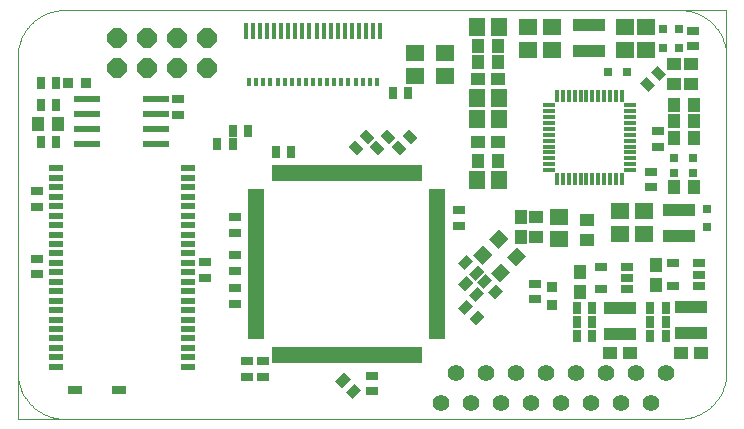
<source format=gts>
G75*
%MOIN*%
%OFA0B0*%
%FSLAX25Y25*%
%IPPOS*%
%LPD*%
%AMOC8*
5,1,8,0,0,1.08239X$1,22.5*
%
%ADD10C,0.00000*%
%ADD11R,0.05512X0.50394*%
%ADD12R,0.50394X0.05512*%
%ADD13R,0.05124X0.02369*%
%ADD14R,0.03156X0.03943*%
%ADD15R,0.03943X0.03156*%
%ADD16R,0.05124X0.03156*%
%ADD17R,0.01654X0.03937*%
%ADD18R,0.03937X0.01654*%
%ADD19R,0.11030X0.04337*%
%ADD20R,0.06306X0.05518*%
%ADD21R,0.02762X0.02762*%
%ADD22R,0.05518X0.06306*%
%ADD23R,0.04731X0.04337*%
%ADD24R,0.04337X0.04731*%
%ADD25R,0.01581X0.05321*%
%ADD26R,0.01581X0.03156*%
%ADD27R,0.09061X0.02369*%
%ADD28OC8,0.06400*%
%ADD29R,0.03550X0.03550*%
%ADD30R,0.04337X0.03156*%
%ADD31C,0.05550*%
D10*
X0006118Y0012146D02*
X0006118Y0026320D01*
X0006118Y0027894D02*
X0006118Y0133406D01*
X0006137Y0133787D01*
X0006166Y0134168D01*
X0006204Y0134547D01*
X0006251Y0134926D01*
X0006308Y0135303D01*
X0006374Y0135679D01*
X0006449Y0136053D01*
X0006533Y0136426D01*
X0006627Y0136796D01*
X0006729Y0137163D01*
X0006841Y0137528D01*
X0006961Y0137890D01*
X0007090Y0138249D01*
X0007228Y0138605D01*
X0007374Y0138957D01*
X0007530Y0139306D01*
X0007693Y0139651D01*
X0007865Y0139991D01*
X0008046Y0140328D01*
X0008234Y0140659D01*
X0008431Y0140986D01*
X0008635Y0141309D01*
X0008848Y0141626D01*
X0009068Y0141937D01*
X0009296Y0142243D01*
X0009531Y0142544D01*
X0009773Y0142839D01*
X0010023Y0143127D01*
X0010280Y0143410D01*
X0010543Y0143686D01*
X0010813Y0143955D01*
X0011090Y0144218D01*
X0011373Y0144474D01*
X0011662Y0144723D01*
X0011957Y0144965D01*
X0012258Y0145199D01*
X0012565Y0145426D01*
X0012877Y0145646D01*
X0013195Y0145858D01*
X0013517Y0146061D01*
X0013845Y0146257D01*
X0014177Y0146445D01*
X0014514Y0146625D01*
X0014854Y0146796D01*
X0015200Y0146959D01*
X0015549Y0147113D01*
X0015901Y0147259D01*
X0016257Y0147396D01*
X0016617Y0147525D01*
X0016979Y0147644D01*
X0017344Y0147755D01*
X0017712Y0147856D01*
X0018082Y0147949D01*
X0018455Y0148032D01*
X0018829Y0148106D01*
X0019205Y0148171D01*
X0019582Y0148227D01*
X0019961Y0148274D01*
X0020341Y0148311D01*
X0020722Y0148339D01*
X0021103Y0148358D01*
X0021484Y0148367D01*
X0021866Y0148367D01*
X0227378Y0148367D01*
X0228165Y0148367D02*
X0242339Y0148367D01*
X0242339Y0134194D01*
X0242339Y0132619D02*
X0242339Y0027107D01*
X0242338Y0027107D02*
X0242319Y0026726D01*
X0242290Y0026345D01*
X0242252Y0025966D01*
X0242205Y0025587D01*
X0242148Y0025210D01*
X0242082Y0024834D01*
X0242007Y0024460D01*
X0241923Y0024087D01*
X0241829Y0023717D01*
X0241727Y0023350D01*
X0241615Y0022985D01*
X0241495Y0022623D01*
X0241366Y0022264D01*
X0241228Y0021908D01*
X0241082Y0021556D01*
X0240926Y0021207D01*
X0240763Y0020862D01*
X0240591Y0020522D01*
X0240410Y0020185D01*
X0240222Y0019854D01*
X0240025Y0019527D01*
X0239821Y0019204D01*
X0239608Y0018887D01*
X0239388Y0018576D01*
X0239160Y0018270D01*
X0238925Y0017969D01*
X0238683Y0017674D01*
X0238433Y0017386D01*
X0238176Y0017103D01*
X0237913Y0016827D01*
X0237643Y0016558D01*
X0237366Y0016295D01*
X0237083Y0016039D01*
X0236794Y0015790D01*
X0236499Y0015548D01*
X0236198Y0015314D01*
X0235891Y0015087D01*
X0235579Y0014867D01*
X0235261Y0014655D01*
X0234939Y0014452D01*
X0234611Y0014256D01*
X0234279Y0014068D01*
X0233942Y0013888D01*
X0233602Y0013717D01*
X0233256Y0013554D01*
X0232907Y0013400D01*
X0232555Y0013254D01*
X0232199Y0013117D01*
X0231839Y0012988D01*
X0231477Y0012869D01*
X0231112Y0012758D01*
X0230744Y0012657D01*
X0230374Y0012564D01*
X0230001Y0012481D01*
X0229627Y0012407D01*
X0229251Y0012342D01*
X0228874Y0012286D01*
X0228495Y0012239D01*
X0228115Y0012202D01*
X0227734Y0012174D01*
X0227353Y0012155D01*
X0226972Y0012146D01*
X0226590Y0012146D01*
X0226591Y0012146D02*
X0021079Y0012146D01*
X0006118Y0012146D01*
X0021079Y0012147D02*
X0020698Y0012166D01*
X0020317Y0012195D01*
X0019938Y0012233D01*
X0019559Y0012280D01*
X0019182Y0012337D01*
X0018806Y0012403D01*
X0018432Y0012478D01*
X0018059Y0012562D01*
X0017689Y0012656D01*
X0017322Y0012758D01*
X0016957Y0012870D01*
X0016595Y0012990D01*
X0016236Y0013119D01*
X0015880Y0013257D01*
X0015528Y0013403D01*
X0015179Y0013559D01*
X0014834Y0013722D01*
X0014494Y0013894D01*
X0014157Y0014075D01*
X0013826Y0014263D01*
X0013499Y0014460D01*
X0013176Y0014664D01*
X0012859Y0014877D01*
X0012548Y0015097D01*
X0012242Y0015325D01*
X0011941Y0015560D01*
X0011646Y0015802D01*
X0011358Y0016052D01*
X0011075Y0016309D01*
X0010799Y0016572D01*
X0010530Y0016842D01*
X0010267Y0017119D01*
X0010011Y0017402D01*
X0009762Y0017691D01*
X0009520Y0017986D01*
X0009286Y0018287D01*
X0009059Y0018594D01*
X0008839Y0018906D01*
X0008627Y0019224D01*
X0008424Y0019546D01*
X0008228Y0019874D01*
X0008040Y0020206D01*
X0007860Y0020543D01*
X0007689Y0020883D01*
X0007526Y0021229D01*
X0007372Y0021578D01*
X0007226Y0021930D01*
X0007089Y0022286D01*
X0006960Y0022646D01*
X0006841Y0023008D01*
X0006730Y0023373D01*
X0006629Y0023741D01*
X0006536Y0024111D01*
X0006453Y0024484D01*
X0006379Y0024858D01*
X0006314Y0025234D01*
X0006258Y0025611D01*
X0006211Y0025990D01*
X0006174Y0026370D01*
X0006146Y0026751D01*
X0006127Y0027132D01*
X0006118Y0027513D01*
X0006118Y0027895D01*
X0227378Y0148367D02*
X0227759Y0148348D01*
X0228140Y0148319D01*
X0228519Y0148281D01*
X0228898Y0148234D01*
X0229275Y0148177D01*
X0229651Y0148111D01*
X0230025Y0148036D01*
X0230398Y0147952D01*
X0230768Y0147858D01*
X0231135Y0147756D01*
X0231500Y0147644D01*
X0231862Y0147524D01*
X0232221Y0147395D01*
X0232577Y0147257D01*
X0232929Y0147111D01*
X0233278Y0146955D01*
X0233623Y0146792D01*
X0233963Y0146620D01*
X0234300Y0146439D01*
X0234631Y0146251D01*
X0234958Y0146054D01*
X0235281Y0145850D01*
X0235598Y0145637D01*
X0235909Y0145417D01*
X0236215Y0145189D01*
X0236516Y0144954D01*
X0236811Y0144712D01*
X0237099Y0144462D01*
X0237382Y0144205D01*
X0237658Y0143942D01*
X0237927Y0143672D01*
X0238190Y0143395D01*
X0238446Y0143112D01*
X0238695Y0142823D01*
X0238937Y0142528D01*
X0239171Y0142227D01*
X0239398Y0141920D01*
X0239618Y0141608D01*
X0239830Y0141290D01*
X0240033Y0140968D01*
X0240229Y0140640D01*
X0240417Y0140308D01*
X0240597Y0139971D01*
X0240768Y0139631D01*
X0240931Y0139285D01*
X0241085Y0138936D01*
X0241231Y0138584D01*
X0241368Y0138228D01*
X0241497Y0137868D01*
X0241616Y0137506D01*
X0241727Y0137141D01*
X0241828Y0136773D01*
X0241921Y0136403D01*
X0242004Y0136030D01*
X0242078Y0135656D01*
X0242143Y0135280D01*
X0242199Y0134903D01*
X0242246Y0134524D01*
X0242283Y0134144D01*
X0242311Y0133763D01*
X0242330Y0133382D01*
X0242339Y0133001D01*
X0242339Y0132619D01*
D11*
X0146039Y0063800D03*
X0085409Y0063800D03*
D12*
X0115724Y0033485D03*
X0115724Y0094115D03*
D13*
X0062811Y0095611D03*
X0062811Y0092461D03*
X0062811Y0089312D03*
X0062811Y0086162D03*
X0062811Y0083012D03*
X0062811Y0079863D03*
X0062811Y0076713D03*
X0062811Y0073564D03*
X0062811Y0070414D03*
X0062811Y0067264D03*
X0062811Y0064115D03*
X0062811Y0060965D03*
X0062811Y0057816D03*
X0062811Y0054666D03*
X0062811Y0051516D03*
X0062811Y0048367D03*
X0062811Y0045217D03*
X0062811Y0042068D03*
X0062811Y0038918D03*
X0062811Y0035768D03*
X0062811Y0032619D03*
X0062811Y0029469D03*
X0018717Y0029469D03*
X0018717Y0032619D03*
X0018717Y0035768D03*
X0018717Y0038918D03*
X0018717Y0042068D03*
X0018717Y0045217D03*
X0018717Y0048367D03*
X0018717Y0051516D03*
X0018717Y0054666D03*
X0018717Y0057816D03*
X0018717Y0060965D03*
X0018717Y0064115D03*
X0018717Y0067264D03*
X0018717Y0070414D03*
X0018717Y0073564D03*
X0018717Y0076713D03*
X0018717Y0079863D03*
X0018717Y0083012D03*
X0018717Y0086162D03*
X0018717Y0089312D03*
X0018717Y0092461D03*
X0018717Y0095611D03*
D14*
X0018913Y0104272D03*
X0013795Y0104272D03*
X0013795Y0116871D03*
X0018913Y0116871D03*
X0018913Y0123957D03*
X0013795Y0123957D03*
X0072654Y0103682D03*
X0077772Y0103682D03*
X0077772Y0108012D03*
X0082890Y0108012D03*
X0092142Y0101123D03*
X0097260Y0101123D03*
G36*
X0121385Y0102186D02*
X0119153Y0099954D01*
X0116367Y0102740D01*
X0118599Y0104972D01*
X0121385Y0102186D01*
G37*
G36*
X0125004Y0105805D02*
X0122772Y0103573D01*
X0119986Y0106359D01*
X0122218Y0108591D01*
X0125004Y0105805D01*
G37*
G36*
X0128471Y0102186D02*
X0126239Y0099954D01*
X0123453Y0102740D01*
X0125685Y0104972D01*
X0128471Y0102186D01*
G37*
G36*
X0132090Y0105805D02*
X0129858Y0103573D01*
X0127072Y0106359D01*
X0129304Y0108591D01*
X0132090Y0105805D01*
G37*
G36*
X0135755Y0102186D02*
X0133523Y0099954D01*
X0130737Y0102740D01*
X0132969Y0104972D01*
X0135755Y0102186D01*
G37*
G36*
X0139374Y0105805D02*
X0137142Y0103573D01*
X0134356Y0106359D01*
X0136588Y0108591D01*
X0139374Y0105805D01*
G37*
X0136236Y0120808D03*
X0131118Y0120808D03*
G36*
X0213611Y0124000D02*
X0215843Y0126232D01*
X0218629Y0123446D01*
X0216397Y0121214D01*
X0213611Y0124000D01*
G37*
G36*
X0217230Y0127619D02*
X0219462Y0129851D01*
X0222248Y0127065D01*
X0220016Y0124833D01*
X0217230Y0127619D01*
G37*
G36*
X0155213Y0061841D02*
X0152981Y0064073D01*
X0155767Y0066859D01*
X0157999Y0064627D01*
X0155213Y0061841D01*
G37*
G36*
X0158832Y0058221D02*
X0156600Y0060453D01*
X0159386Y0063239D01*
X0161618Y0061007D01*
X0158832Y0058221D01*
G37*
G36*
X0162066Y0060559D02*
X0164298Y0058327D01*
X0161512Y0055541D01*
X0159280Y0057773D01*
X0162066Y0060559D01*
G37*
G36*
X0155213Y0054754D02*
X0152981Y0056986D01*
X0155767Y0059772D01*
X0157999Y0057540D01*
X0155213Y0054754D01*
G37*
G36*
X0158832Y0051135D02*
X0156600Y0053367D01*
X0159386Y0056153D01*
X0161618Y0053921D01*
X0158832Y0051135D01*
G37*
G36*
X0155213Y0046880D02*
X0152981Y0049112D01*
X0155767Y0051898D01*
X0157999Y0049666D01*
X0155213Y0046880D01*
G37*
G36*
X0158832Y0043261D02*
X0156600Y0045493D01*
X0159386Y0048279D01*
X0161618Y0046047D01*
X0158832Y0043261D01*
G37*
G36*
X0165685Y0056940D02*
X0167917Y0054708D01*
X0165131Y0051922D01*
X0162899Y0054154D01*
X0165685Y0056940D01*
G37*
X0192535Y0049154D03*
X0197654Y0049154D03*
X0197654Y0044430D03*
X0192535Y0044430D03*
X0192535Y0039705D03*
X0197654Y0039705D03*
X0216945Y0039705D03*
X0222063Y0039705D03*
X0222063Y0044430D03*
X0216945Y0044430D03*
X0216945Y0049154D03*
X0222063Y0049154D03*
G36*
X0117887Y0018851D02*
X0115655Y0021083D01*
X0118441Y0023869D01*
X0120673Y0021637D01*
X0117887Y0018851D01*
G37*
G36*
X0114268Y0022470D02*
X0112036Y0024702D01*
X0114822Y0027488D01*
X0117054Y0025256D01*
X0114268Y0022470D01*
G37*
D15*
X0124228Y0021398D03*
X0124228Y0026516D03*
X0088008Y0026123D03*
X0088008Y0031241D03*
X0082496Y0031241D03*
X0082496Y0026123D03*
X0078559Y0050532D03*
X0078559Y0055650D03*
X0078559Y0061556D03*
X0078559Y0066674D03*
X0068520Y0064312D03*
X0068520Y0059194D03*
X0078559Y0074154D03*
X0078559Y0079272D03*
X0059661Y0113524D03*
X0059661Y0118642D03*
X0012417Y0087934D03*
X0012417Y0082816D03*
X0012417Y0065493D03*
X0012417Y0060375D03*
X0153362Y0076516D03*
X0153362Y0081634D03*
X0178559Y0057225D03*
X0178559Y0052107D03*
X0217142Y0089312D03*
X0217142Y0094430D03*
X0219701Y0102894D03*
X0219701Y0108012D03*
X0231315Y0136359D03*
X0231315Y0141477D03*
D16*
X0039780Y0021595D03*
X0025213Y0021595D03*
D17*
X0185843Y0092087D03*
X0187811Y0092087D03*
X0189780Y0092087D03*
X0191748Y0092087D03*
X0193717Y0092087D03*
X0195685Y0092087D03*
X0197654Y0092087D03*
X0199622Y0092087D03*
X0201591Y0092087D03*
X0203559Y0092087D03*
X0205528Y0092087D03*
X0207496Y0092087D03*
X0207496Y0119607D03*
X0205528Y0119607D03*
X0203559Y0119607D03*
X0201591Y0119607D03*
X0199622Y0119607D03*
X0197654Y0119607D03*
X0195685Y0119607D03*
X0193717Y0119607D03*
X0191748Y0119607D03*
X0189780Y0119607D03*
X0187811Y0119607D03*
X0185843Y0119607D03*
D18*
X0183106Y0116674D03*
X0183106Y0114705D03*
X0183106Y0112737D03*
X0183106Y0110768D03*
X0183106Y0108800D03*
X0183106Y0106831D03*
X0183106Y0104863D03*
X0183106Y0102894D03*
X0183106Y0100926D03*
X0183106Y0098957D03*
X0183106Y0096989D03*
X0183106Y0095020D03*
X0210232Y0095020D03*
X0210232Y0096989D03*
X0210232Y0098957D03*
X0210232Y0100926D03*
X0210232Y0102894D03*
X0210232Y0104863D03*
X0210232Y0106831D03*
X0210232Y0108800D03*
X0210232Y0110768D03*
X0210232Y0112737D03*
X0210232Y0114705D03*
X0210232Y0116674D03*
D19*
X0196669Y0134587D03*
X0196669Y0143249D03*
X0226591Y0081831D03*
X0226591Y0073170D03*
X0230528Y0049548D03*
X0230528Y0040886D03*
X0206906Y0040493D03*
X0206906Y0049154D03*
D20*
X0186433Y0071989D03*
X0186433Y0079469D03*
X0206906Y0081241D03*
X0214780Y0081241D03*
X0214780Y0073760D03*
X0206906Y0073760D03*
X0148638Y0126516D03*
X0138402Y0126516D03*
X0138402Y0133997D03*
X0148638Y0133997D03*
X0176197Y0135178D03*
X0184071Y0135178D03*
X0184071Y0142658D03*
X0176197Y0142658D03*
X0208480Y0142658D03*
X0215567Y0142658D03*
X0215567Y0135178D03*
X0208480Y0135178D03*
D21*
X0209268Y0127894D03*
X0202969Y0127894D03*
X0221276Y0135768D03*
X0226591Y0135768D03*
X0226591Y0142068D03*
X0221276Y0142068D03*
X0225016Y0099154D03*
X0231315Y0099154D03*
X0231315Y0094036D03*
X0225016Y0094036D03*
X0236039Y0082225D03*
X0236039Y0075926D03*
D22*
X0166551Y0091674D03*
X0159071Y0091674D03*
X0159071Y0112146D03*
X0166551Y0112146D03*
X0166551Y0119233D03*
X0159071Y0119233D03*
X0159071Y0142855D03*
X0166551Y0142855D03*
D23*
X0166157Y0125532D03*
X0159465Y0125532D03*
X0159465Y0104272D03*
X0166157Y0104272D03*
X0178953Y0079272D03*
X0178953Y0072579D03*
X0195882Y0071792D03*
X0195882Y0078485D03*
X0225016Y0123760D03*
X0230528Y0123760D03*
X0230528Y0130453D03*
X0225016Y0130453D03*
X0227181Y0034194D03*
X0233874Y0034194D03*
X0210252Y0034194D03*
X0203559Y0034194D03*
D24*
X0193520Y0054469D03*
X0193520Y0061162D03*
X0173835Y0072579D03*
G36*
X0166331Y0068840D02*
X0163265Y0071906D01*
X0166609Y0075250D01*
X0169675Y0072184D01*
X0166331Y0068840D01*
G37*
G36*
X0161319Y0069960D02*
X0164385Y0066894D01*
X0161041Y0063550D01*
X0157975Y0066616D01*
X0161319Y0069960D01*
G37*
G36*
X0172177Y0062994D02*
X0169111Y0066060D01*
X0172455Y0069404D01*
X0175521Y0066338D01*
X0172177Y0062994D01*
G37*
G36*
X0167165Y0064114D02*
X0170231Y0061048D01*
X0166887Y0057704D01*
X0163821Y0060770D01*
X0167165Y0064114D01*
G37*
X0173835Y0079272D03*
X0166157Y0097973D03*
X0159465Y0097973D03*
X0159465Y0131044D03*
X0166157Y0131044D03*
X0166157Y0136556D03*
X0159465Y0136556D03*
X0224819Y0116871D03*
X0231512Y0116871D03*
X0231512Y0111359D03*
X0231512Y0105847D03*
X0224819Y0105847D03*
X0224819Y0111359D03*
X0224819Y0089312D03*
X0231512Y0089312D03*
X0218717Y0063524D03*
X0218717Y0056831D03*
X0019701Y0110571D03*
X0013008Y0110571D03*
D25*
X0082102Y0141477D03*
X0084465Y0141477D03*
X0086827Y0141477D03*
X0089189Y0141477D03*
X0091551Y0141477D03*
X0093913Y0141477D03*
X0096276Y0141477D03*
X0098638Y0141477D03*
X0101000Y0141477D03*
X0103362Y0141477D03*
X0105724Y0141477D03*
X0108087Y0141477D03*
X0110449Y0141477D03*
X0112811Y0141477D03*
X0115173Y0141477D03*
X0117535Y0141477D03*
X0119898Y0141477D03*
X0122260Y0141477D03*
X0124622Y0141477D03*
X0126984Y0141477D03*
D26*
X0125803Y0124548D03*
X0123441Y0124548D03*
X0121079Y0124548D03*
X0118717Y0124548D03*
X0116354Y0124548D03*
X0113992Y0124548D03*
X0111630Y0124548D03*
X0109268Y0124548D03*
X0106906Y0124548D03*
X0104543Y0124548D03*
X0102181Y0124548D03*
X0099819Y0124548D03*
X0097457Y0124548D03*
X0095094Y0124548D03*
X0092732Y0124548D03*
X0090370Y0124548D03*
X0088008Y0124548D03*
X0085646Y0124548D03*
X0083283Y0124548D03*
D27*
X0052181Y0118859D03*
X0052181Y0113859D03*
X0052181Y0108859D03*
X0052181Y0103859D03*
X0029346Y0103898D03*
X0029346Y0108898D03*
X0029346Y0113898D03*
X0029346Y0118859D03*
D28*
X0039150Y0129194D03*
X0049150Y0129194D03*
X0059150Y0129194D03*
X0069150Y0129194D03*
X0069150Y0139194D03*
X0059150Y0139194D03*
X0049150Y0139194D03*
X0039150Y0139194D03*
D29*
X0028756Y0123957D03*
X0022850Y0123957D03*
X0184071Y0056044D03*
X0184071Y0050138D03*
D30*
X0200409Y0055257D03*
X0200409Y0062737D03*
X0209071Y0062737D03*
X0209071Y0058997D03*
X0209071Y0055257D03*
X0224622Y0056438D03*
X0233283Y0056438D03*
X0233283Y0060178D03*
X0233283Y0063918D03*
X0224622Y0063918D03*
D31*
X0222063Y0027383D03*
X0212063Y0027383D03*
X0202063Y0027383D03*
X0192063Y0027383D03*
X0182063Y0027383D03*
X0172063Y0027383D03*
X0162063Y0027383D03*
X0152063Y0027383D03*
X0157063Y0017383D03*
X0167063Y0017383D03*
X0177063Y0017383D03*
X0187063Y0017383D03*
X0197063Y0017383D03*
X0207063Y0017383D03*
X0217063Y0017383D03*
X0147063Y0017383D03*
M02*

</source>
